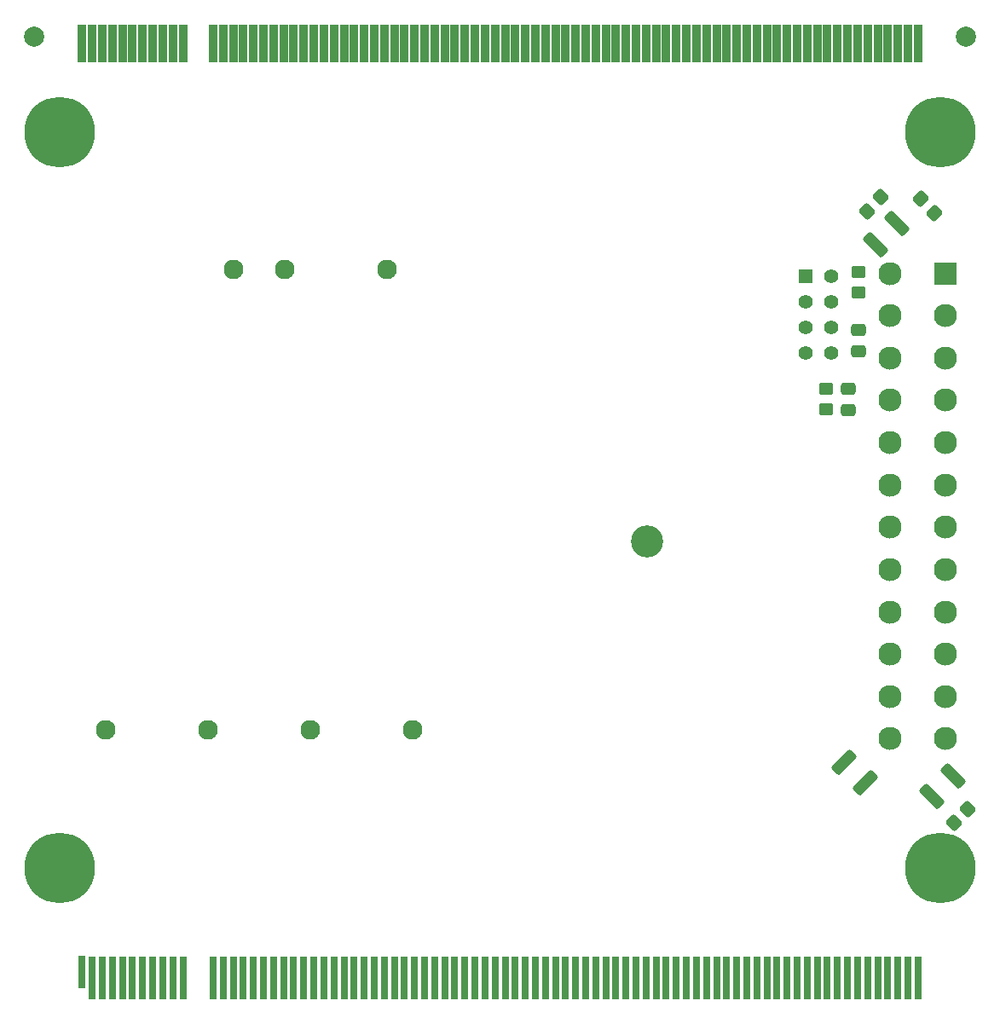
<source format=gbr>
%TF.GenerationSoftware,KiCad,Pcbnew,8.0.5*%
%TF.CreationDate,2024-10-29T15:45:57-04:00*%
%TF.ProjectId,Controller,436f6e74-726f-46c6-9c65-722e6b696361,rev?*%
%TF.SameCoordinates,Original*%
%TF.FileFunction,Soldermask,Bot*%
%TF.FilePolarity,Negative*%
%FSLAX46Y46*%
G04 Gerber Fmt 4.6, Leading zero omitted, Abs format (unit mm)*
G04 Created by KiCad (PCBNEW 8.0.5) date 2024-10-29 15:45:57*
%MOMM*%
%LPD*%
G01*
G04 APERTURE LIST*
G04 Aperture macros list*
%AMRoundRect*
0 Rectangle with rounded corners*
0 $1 Rounding radius*
0 $2 $3 $4 $5 $6 $7 $8 $9 X,Y pos of 4 corners*
0 Add a 4 corners polygon primitive as box body*
4,1,4,$2,$3,$4,$5,$6,$7,$8,$9,$2,$3,0*
0 Add four circle primitives for the rounded corners*
1,1,$1+$1,$2,$3*
1,1,$1+$1,$4,$5*
1,1,$1+$1,$6,$7*
1,1,$1+$1,$8,$9*
0 Add four rect primitives between the rounded corners*
20,1,$1+$1,$2,$3,$4,$5,0*
20,1,$1+$1,$4,$5,$6,$7,0*
20,1,$1+$1,$6,$7,$8,$9,0*
20,1,$1+$1,$8,$9,$2,$3,0*%
G04 Aperture macros list end*
%ADD10C,3.200000*%
%ADD11C,0.400000*%
%ADD12C,7.000000*%
%ADD13C,1.955800*%
%ADD14R,1.397000X1.397000*%
%ADD15C,1.397000*%
%ADD16R,2.300000X2.300000*%
%ADD17C,2.300000*%
%ADD18R,0.700000X3.200000*%
%ADD19R,0.700000X4.300000*%
%ADD20RoundRect,0.250000X-1.007627X-0.548008X-0.548008X-1.007627X1.007627X0.548008X0.548008X1.007627X0*%
%ADD21RoundRect,0.250000X0.565685X0.070711X0.070711X0.565685X-0.565685X-0.070711X-0.070711X-0.565685X0*%
%ADD22RoundRect,0.250000X0.548008X-1.007627X1.007627X-0.548008X-0.548008X1.007627X-1.007627X0.548008X0*%
%ADD23C,2.000000*%
%ADD24RoundRect,0.102000X-0.350000X-1.800000X0.350000X-1.800000X0.350000X1.800000X-0.350000X1.800000X0*%
%ADD25RoundRect,0.250000X-0.475000X0.337500X-0.475000X-0.337500X0.475000X-0.337500X0.475000X0.337500X0*%
%ADD26RoundRect,0.250000X0.070711X-0.565685X0.565685X-0.070711X-0.070711X0.565685X-0.565685X0.070711X0*%
%ADD27RoundRect,0.250000X0.450000X-0.350000X0.450000X0.350000X-0.450000X0.350000X-0.450000X-0.350000X0*%
%ADD28RoundRect,0.250000X-0.548008X1.007627X-1.007627X0.548008X0.548008X-1.007627X1.007627X-0.548008X0*%
%ADD29RoundRect,0.250000X-0.070711X0.565685X-0.565685X0.070711X0.070711X-0.565685X0.565685X-0.070711X0*%
%ADD30RoundRect,0.250000X-0.450000X0.350000X-0.450000X-0.350000X0.450000X-0.350000X0.450000X0.350000X0*%
G04 APERTURE END LIST*
D10*
%TO.C,REF\u002A\u002A*%
X202805000Y-92900000D03*
%TD*%
D11*
%TO.C,H5*%
X141749713Y-52267213D03*
X142549713Y-50317213D03*
X142549713Y-54217213D03*
X144499713Y-49517213D03*
D12*
X144499713Y-52267213D03*
D11*
X144499713Y-55017213D03*
X146449713Y-50317213D03*
X146449713Y-54217213D03*
X147249713Y-52267213D03*
%TD*%
D13*
%TO.C,U1*%
X177005000Y-65900000D03*
X166845000Y-65900000D03*
X161765000Y-65900000D03*
X149065000Y-111620000D03*
X159225000Y-111620000D03*
X169385000Y-111620000D03*
X179545000Y-111620000D03*
%TD*%
D11*
%TO.C,H6*%
X229199713Y-52267213D03*
X229999713Y-50317213D03*
X229999713Y-54217213D03*
X231949713Y-49517213D03*
D12*
X231949713Y-52267213D03*
D11*
X231949713Y-55017213D03*
X233899713Y-50317213D03*
X233899713Y-54217213D03*
X234699713Y-52267213D03*
%TD*%
%TO.C,H8*%
X229199713Y-125317213D03*
X229999713Y-123367213D03*
X229999713Y-127267213D03*
X231949713Y-122567213D03*
D12*
X231949713Y-125317213D03*
D11*
X231949713Y-128067213D03*
X233899713Y-123367213D03*
X233899713Y-127267213D03*
X234699713Y-125317213D03*
%TD*%
D14*
%TO.C,J6*%
X218605000Y-66600000D03*
D15*
X218605000Y-69140000D03*
X218605000Y-71680000D03*
X218605000Y-74220000D03*
X221145000Y-74220000D03*
X221145000Y-71680000D03*
X221145000Y-69140000D03*
X221145000Y-66600000D03*
%TD*%
D16*
%TO.C,J5*%
X232472500Y-66304002D03*
D17*
X232472500Y-70504001D03*
X232472500Y-74704000D03*
X232472500Y-78904000D03*
X232472500Y-83103999D03*
X232472500Y-87303998D03*
X232472500Y-91503997D03*
X232472500Y-95703997D03*
X232472500Y-99903996D03*
X232472500Y-104103992D03*
X232472500Y-108303992D03*
X232472500Y-112503991D03*
X226972501Y-66304002D03*
X226972501Y-70504001D03*
X226972501Y-74704000D03*
X226972501Y-78904000D03*
X226972501Y-83103999D03*
X226972501Y-87303998D03*
X226972501Y-91503997D03*
X226972501Y-95703997D03*
X226972501Y-99903996D03*
X226972501Y-104103992D03*
X226972501Y-108303992D03*
X226972501Y-112503991D03*
%TD*%
D18*
%TO.C,J1*%
X146724713Y-135717213D03*
D19*
X147724713Y-136267213D03*
X148724713Y-136267213D03*
X149724713Y-136267213D03*
X150724713Y-136267213D03*
X151724713Y-136267213D03*
X152724713Y-136267213D03*
X153724713Y-136267213D03*
X154724713Y-136267213D03*
X155724713Y-136267213D03*
X156724713Y-136267213D03*
X159724713Y-136267213D03*
X160724713Y-136267213D03*
X161724713Y-136267213D03*
X162724713Y-136267213D03*
X163724713Y-136267213D03*
X164724713Y-136267213D03*
X165724713Y-136267213D03*
X166724713Y-136267213D03*
X167724713Y-136267213D03*
X168724713Y-136267213D03*
X169724713Y-136267213D03*
X170724713Y-136267213D03*
X171724713Y-136267213D03*
X172724713Y-136267213D03*
X173724713Y-136267213D03*
X174724713Y-136267213D03*
X175724713Y-136267213D03*
X176724713Y-136267213D03*
X177724713Y-136267213D03*
X178724713Y-136267213D03*
X179724713Y-136267213D03*
X180724713Y-136267213D03*
X181724713Y-136267213D03*
X182724713Y-136267213D03*
X183724713Y-136267213D03*
X184724713Y-136267213D03*
X185724713Y-136267213D03*
X186724713Y-136267213D03*
X187724713Y-136267213D03*
X188724713Y-136267213D03*
X189724713Y-136267213D03*
X190724713Y-136267213D03*
X191724713Y-136267213D03*
X192724713Y-136267213D03*
X193724713Y-136267213D03*
X194724713Y-136267213D03*
X195724713Y-136267213D03*
X196724713Y-136267213D03*
X197724713Y-136267213D03*
X198724713Y-136267213D03*
X199724713Y-136267213D03*
X200724713Y-136267213D03*
X201724713Y-136267213D03*
X202724713Y-136267213D03*
X203724713Y-136267213D03*
X204724713Y-136267213D03*
X205724713Y-136267213D03*
X206724713Y-136267213D03*
X207724713Y-136267213D03*
X208724713Y-136267213D03*
X209724713Y-136267213D03*
X210724713Y-136267213D03*
X211724713Y-136267213D03*
X212724713Y-136267213D03*
X213724713Y-136267213D03*
X214724713Y-136267213D03*
X215724713Y-136267213D03*
X216724713Y-136267213D03*
X217724713Y-136267213D03*
X218724713Y-136267213D03*
X219724713Y-136267213D03*
X220724713Y-136267213D03*
X221724713Y-136267213D03*
X222724713Y-136267213D03*
X223724713Y-136267213D03*
X224724713Y-136267213D03*
X225724713Y-136267213D03*
X226724713Y-136267213D03*
X227724713Y-136267213D03*
X228724713Y-136267213D03*
X229724713Y-136267213D03*
%TD*%
D11*
%TO.C,H7*%
X142555169Y-127261757D03*
X141741997Y-125317213D03*
X144499713Y-128074929D03*
X142555169Y-123372669D03*
D12*
X144499713Y-125317213D03*
D11*
X146444257Y-127261757D03*
X144499713Y-122559497D03*
X147257429Y-125317213D03*
X146444257Y-123372669D03*
%TD*%
D20*
%TO.C,C3*%
X222386534Y-114814034D03*
X224472500Y-116900000D03*
%TD*%
D21*
%TO.C,R5*%
X231386714Y-60314214D03*
X229972500Y-58900000D03*
%TD*%
D22*
%TO.C,C5*%
X225519517Y-63412983D03*
X227605483Y-61327017D03*
%TD*%
D23*
%TO.C,J2*%
X141925000Y-42760000D03*
X234525000Y-42760000D03*
D24*
X146725000Y-43450000D03*
X147725000Y-43450000D03*
X148725000Y-43450000D03*
X149725000Y-43450000D03*
X150725000Y-43450000D03*
X151725000Y-43450000D03*
X152725000Y-43450000D03*
X153725000Y-43450000D03*
X154725000Y-43450000D03*
X155725000Y-43450000D03*
X156725000Y-43450000D03*
X159725000Y-43450000D03*
X160725000Y-43450000D03*
X161725000Y-43450000D03*
X162725000Y-43450000D03*
X163725000Y-43450000D03*
X164725000Y-43450000D03*
X165725000Y-43450000D03*
X166725000Y-43450000D03*
X167725000Y-43450000D03*
X168725000Y-43450000D03*
X169725000Y-43450000D03*
X170725000Y-43450000D03*
X171725000Y-43450000D03*
X172725000Y-43450000D03*
X173725000Y-43450000D03*
X174725000Y-43450000D03*
X175725000Y-43450000D03*
X176725000Y-43450000D03*
X177725000Y-43450000D03*
X178725000Y-43450000D03*
X179725000Y-43450000D03*
X180725000Y-43450000D03*
X181725000Y-43450000D03*
X182725000Y-43450000D03*
X183725000Y-43450000D03*
X184725000Y-43450000D03*
X185725000Y-43450000D03*
X186725000Y-43450000D03*
X187725000Y-43450000D03*
X188725000Y-43450000D03*
X189725000Y-43450000D03*
X190725000Y-43450000D03*
X191725000Y-43450000D03*
X192725000Y-43450000D03*
X193725000Y-43450000D03*
X194725000Y-43450000D03*
X195725000Y-43450000D03*
X196725000Y-43450000D03*
X197725000Y-43450000D03*
X198725000Y-43450000D03*
X199725000Y-43450000D03*
X200725000Y-43450000D03*
X201725000Y-43450000D03*
X202725000Y-43450000D03*
X203725000Y-43450000D03*
X204725000Y-43450000D03*
X205725000Y-43450000D03*
X206725000Y-43450000D03*
X207725000Y-43450000D03*
X208725000Y-43450000D03*
X209725000Y-43450000D03*
X210725000Y-43450000D03*
X211725000Y-43450000D03*
X212725000Y-43450000D03*
X213725000Y-43450000D03*
X214725000Y-43450000D03*
X215725000Y-43450000D03*
X216725000Y-43450000D03*
X217725000Y-43450000D03*
X218725000Y-43450000D03*
X219725000Y-43450000D03*
X220725000Y-43450000D03*
X221725000Y-43450000D03*
X222725000Y-43450000D03*
X223725000Y-43450000D03*
X224725000Y-43450000D03*
X225725000Y-43450000D03*
X226725000Y-43450000D03*
X227725000Y-43450000D03*
X228725000Y-43450000D03*
X229725000Y-43450000D03*
%TD*%
D25*
%TO.C,C1*%
X223805000Y-71962500D03*
X223805000Y-74037500D03*
%TD*%
D26*
%TO.C,R6*%
X224645393Y-60137107D03*
X226059607Y-58722893D03*
%TD*%
D27*
%TO.C,R2*%
X220605000Y-79800000D03*
X220605000Y-77800000D03*
%TD*%
D28*
%TO.C,C4*%
X233208376Y-116182632D03*
X231122410Y-118268598D03*
%TD*%
D29*
%TO.C,R7*%
X234679607Y-119464384D03*
X233265393Y-120878598D03*
%TD*%
D30*
%TO.C,R8*%
X223805000Y-66200000D03*
X223805000Y-68200000D03*
%TD*%
D25*
%TO.C,C2*%
X222805000Y-77762500D03*
X222805000Y-79837500D03*
%TD*%
M02*

</source>
